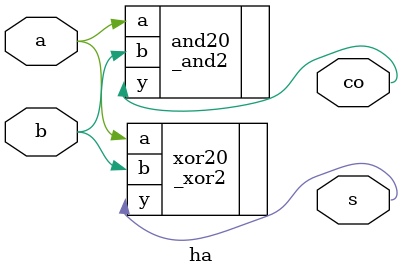
<source format=v>
module fa_v2(a, b, ci, s);
	input a, b, ci; // input ports
	output s; // output ports
	
	ha ha0(.s(sm), .co(c1), .a(b), .b(ci)); 	// Instantiate a half adder 'ha0'
	ha ha1(.s(s), .co(c2), .a(a), .b(sm)); // Instantiate a half adder 'ha1'

endmodule

module ha(a, b, co, s);

	input a, b; // input ports
	output co, s; // output ports
	
	_and2 and20(.y(co), .a(a), .b(b)); // Instantiate an AND gate 'and20'
	_xor2 xor20(.y(s), .a(a), .b(b)); // Instantiate an XOR gate 'xor20' 
	
endmodule

</source>
